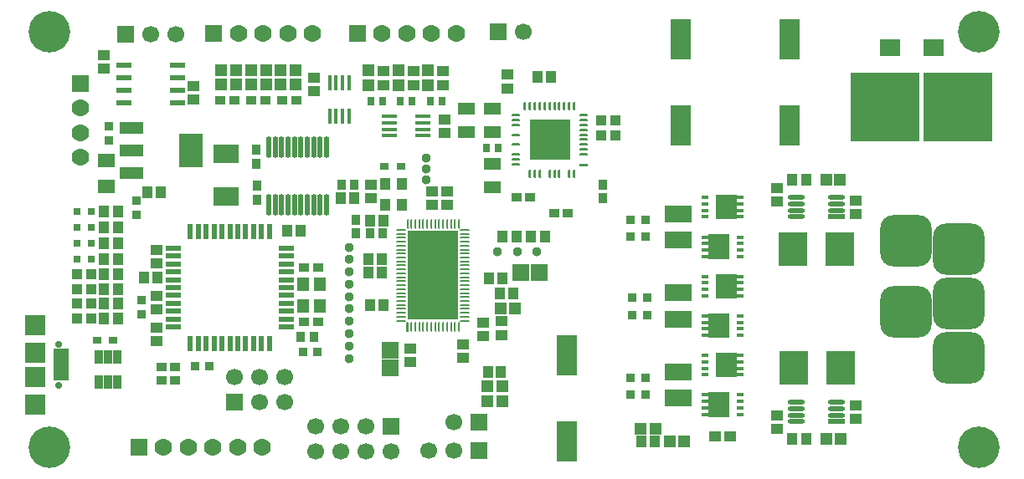
<source format=gbr>
%TF.GenerationSoftware,Altium Limited,Altium Designer,23.3.1 (30)*%
G04 Layer_Color=8388736*
%FSLAX45Y45*%
%MOMM*%
%TF.SameCoordinates,CD13F5F2-8DFB-4D4D-A102-87722C93DE69*%
%TF.FilePolarity,Negative*%
%TF.FileFunction,Soldermask,Top*%
%TF.Part,Single*%
G01*
G75*
%TA.AperFunction,SMDPad,CuDef*%
%ADD11R,0.80000X0.80000*%
%ADD12R,0.91213X0.95814*%
%ADD14R,2.00000X4.10000*%
G04:AMPARAMS|DCode=15|XSize=1.55414mm|YSize=0.37583mm|CornerRadius=0.18791mm|HoleSize=0mm|Usage=FLASHONLY|Rotation=90.000|XOffset=0mm|YOffset=0mm|HoleType=Round|Shape=RoundedRectangle|*
%AMROUNDEDRECTD15*
21,1,1.55414,0.00000,0,0,90.0*
21,1,1.17831,0.37583,0,0,90.0*
1,1,0.37583,0.00000,0.58916*
1,1,0.37583,0.00000,-0.58916*
1,1,0.37583,0.00000,-0.58916*
1,1,0.37583,0.00000,0.58916*
%
%ADD15ROUNDEDRECTD15*%
%ADD16R,0.37583X1.55414*%
G04:AMPARAMS|DCode=17|XSize=1.55414mm|YSize=0.37583mm|CornerRadius=0.18791mm|HoleSize=0mm|Usage=FLASHONLY|Rotation=0.000|XOffset=0mm|YOffset=0mm|HoleType=Round|Shape=RoundedRectangle|*
%AMROUNDEDRECTD17*
21,1,1.55414,0.00000,0,0,0.0*
21,1,1.17831,0.37583,0,0,0.0*
1,1,0.37583,0.58916,0.00000*
1,1,0.37583,-0.58916,0.00000*
1,1,0.37583,-0.58916,0.00000*
1,1,0.37583,0.58916,0.00000*
%
%ADD17ROUNDEDRECTD17*%
%ADD18R,1.55414X0.37583*%
%ADD21R,0.75000X0.90000*%
%ADD23R,1.80000X1.40000*%
%ADD24R,2.10000X1.80000*%
%ADD25R,0.95650X0.96213*%
%ADD29R,0.95000X0.70000*%
%ADD34R,2.60000X1.90000*%
%ADD35R,1.55000X0.60000*%
%ADD38R,1.00606X0.95822*%
%ADD40R,0.95814X0.91213*%
%ADD41R,1.00650X0.95822*%
%ADD42R,0.95822X1.00650*%
%ADD43R,1.20000X1.40000*%
%ADD44R,1.50000X0.55000*%
%ADD45R,0.55000X1.50000*%
G04:AMPARAMS|DCode=46|XSize=0.254mm|YSize=0.889mm|CornerRadius=0.09525mm|HoleSize=0mm|Usage=FLASHONLY|Rotation=90.000|XOffset=0mm|YOffset=0mm|HoleType=Round|Shape=RoundedRectangle|*
%AMROUNDEDRECTD46*
21,1,0.25400,0.69850,0,0,90.0*
21,1,0.06350,0.88900,0,0,90.0*
1,1,0.19050,0.34925,0.03175*
1,1,0.19050,0.34925,-0.03175*
1,1,0.19050,-0.34925,-0.03175*
1,1,0.19050,-0.34925,0.03175*
%
%ADD46ROUNDEDRECTD46*%
G04:AMPARAMS|DCode=47|XSize=0.254mm|YSize=0.889mm|CornerRadius=0.09525mm|HoleSize=0mm|Usage=FLASHONLY|Rotation=0.000|XOffset=0mm|YOffset=0mm|HoleType=Round|Shape=RoundedRectangle|*
%AMROUNDEDRECTD47*
21,1,0.25400,0.69850,0,0,0.0*
21,1,0.06350,0.88900,0,0,0.0*
1,1,0.19050,0.03175,-0.34925*
1,1,0.19050,-0.03175,-0.34925*
1,1,0.19050,-0.03175,0.34925*
1,1,0.19050,0.03175,0.34925*
%
%ADD47ROUNDEDRECTD47*%
%ADD48R,4.08940X4.08940*%
G04:AMPARAMS|DCode=49|XSize=0.19247mm|YSize=0.96007mm|CornerRadius=0.09624mm|HoleSize=0mm|Usage=FLASHONLY|Rotation=90.000|XOffset=0mm|YOffset=0mm|HoleType=Round|Shape=RoundedRectangle|*
%AMROUNDEDRECTD49*
21,1,0.19247,0.76760,0,0,90.0*
21,1,0.00000,0.96007,0,0,90.0*
1,1,0.19247,0.38380,0.00000*
1,1,0.19247,0.38380,0.00000*
1,1,0.19247,-0.38380,0.00000*
1,1,0.19247,-0.38380,0.00000*
%
%ADD49ROUNDEDRECTD49*%
G04:AMPARAMS|DCode=50|XSize=0.19247mm|YSize=0.96107mm|CornerRadius=0.09624mm|HoleSize=0mm|Usage=FLASHONLY|Rotation=90.000|XOffset=0mm|YOffset=0mm|HoleType=Round|Shape=RoundedRectangle|*
%AMROUNDEDRECTD50*
21,1,0.19247,0.76860,0,0,90.0*
21,1,0.00000,0.96107,0,0,90.0*
1,1,0.19247,0.38430,0.00000*
1,1,0.19247,0.38430,0.00000*
1,1,0.19247,-0.38430,0.00000*
1,1,0.19247,-0.38430,0.00000*
%
%ADD50ROUNDEDRECTD50*%
G04:AMPARAMS|DCode=51|XSize=0.96107mm|YSize=0.19247mm|CornerRadius=0.09624mm|HoleSize=0mm|Usage=FLASHONLY|Rotation=90.000|XOffset=0mm|YOffset=0mm|HoleType=Round|Shape=RoundedRectangle|*
%AMROUNDEDRECTD51*
21,1,0.96107,0.00000,0,0,90.0*
21,1,0.76860,0.19247,0,0,90.0*
1,1,0.19247,0.00000,0.38430*
1,1,0.19247,0.00000,-0.38430*
1,1,0.19247,0.00000,-0.38430*
1,1,0.19247,0.00000,0.38430*
%
%ADD51ROUNDEDRECTD51*%
%ADD52C,0.17323*%
%ADD53R,5.10000X9.10000*%
%ADD55R,1.30606X1.05822*%
%ADD56R,0.91213X1.05776*%
%ADD60R,1.05776X1.01213*%
%ADD61R,1.05776X0.91213*%
%ADD62R,1.10000X1.30000*%
%ADD63R,2.95490X3.50620*%
%ADD64R,0.66040X0.38100*%
%ADD65R,2.80415X1.65263*%
G04:AMPARAMS|DCode=66|XSize=1.75414mm|YSize=0.47583mm|CornerRadius=0.23791mm|HoleSize=0mm|Usage=FLASHONLY|Rotation=180.000|XOffset=0mm|YOffset=0mm|HoleType=Round|Shape=RoundedRectangle|*
%AMROUNDEDRECTD66*
21,1,1.75414,0.00000,0,0,180.0*
21,1,1.27831,0.47583,0,0,180.0*
1,1,0.47583,-0.63916,0.00000*
1,1,0.47583,0.63916,0.00000*
1,1,0.47583,0.63916,0.00000*
1,1,0.47583,-0.63916,0.00000*
%
%ADD66ROUNDEDRECTD66*%
%ADD67R,1.75414X0.47583*%
%TA.AperFunction,NonConductor*%
%ADD101R,1.55000X3.20000*%
%TA.AperFunction,SMDPad,CuDef*%
%ADD102R,1.10000X1.25000*%
%ADD103R,1.05000X1.15000*%
%ADD104R,1.00000X1.00000*%
%ADD105R,1.25000X1.10000*%
%ADD106R,1.15000X1.15000*%
%ADD107R,1.75000X1.15000*%
%ADD108O,0.55000X2.20000*%
%TA.AperFunction,TestPad*%
%ADD109C,0.96200*%
%TA.AperFunction,SMDPad,CuDef*%
%ADD110R,1.15000X1.05000*%
%ADD111R,0.80960X1.31760*%
%ADD112R,1.55000X0.60000*%
%ADD113R,2.10000X2.10000*%
%ADD114R,2.10000X2.00000*%
%ADD115R,2.40000X1.20000*%
%ADD116R,2.40000X3.50000*%
%ADD117R,0.95000X1.05000*%
%ADD118R,1.15000X1.15000*%
%ADD119R,1.75000X1.70000*%
%ADD120R,1.70000X1.75000*%
%ADD121R,1.25000X1.30000*%
%TA.AperFunction,ComponentPad*%
%ADD122R,7.00000X7.00000*%
%ADD123R,1.70000X1.70000*%
%ADD124C,1.70000*%
%ADD125C,1.77500*%
%ADD126R,1.77500X1.77500*%
G04:AMPARAMS|DCode=127|XSize=5.2mm|YSize=5.2mm|CornerRadius=1.35mm|HoleSize=0mm|Usage=FLASHONLY|Rotation=270.000|XOffset=0mm|YOffset=0mm|HoleType=Round|Shape=RoundedRectangle|*
%AMROUNDEDRECTD127*
21,1,5.20000,2.50000,0,0,270.0*
21,1,2.50000,5.20000,0,0,270.0*
1,1,2.70000,-1.25000,-1.25000*
1,1,2.70000,-1.25000,1.25000*
1,1,2.70000,1.25000,1.25000*
1,1,2.70000,1.25000,-1.25000*
%
%ADD127ROUNDEDRECTD127*%
%ADD128R,1.77500X1.77500*%
%ADD129C,0.70000*%
%TA.AperFunction,ViaPad*%
%ADD130C,0.65000*%
%ADD131C,4.20320*%
G36*
X5743780Y3144998D02*
X5664405D01*
X5662511Y3144998D01*
X5659010Y3146448D01*
X5656331Y3149127D01*
X5654880Y3152628D01*
Y3154523D01*
Y3154523D01*
Y3160873D01*
Y3162767D01*
X5656331Y3166268D01*
X5659010Y3168947D01*
X5662511Y3170398D01*
X5743780D01*
Y3144998D01*
D02*
G37*
G36*
X7247485Y2603239D02*
X7036665D01*
Y2852159D01*
X7247485D01*
Y2603239D01*
D02*
G37*
G36*
X7168735Y2203239D02*
X6957915D01*
Y2452159D01*
X7168735D01*
Y2203239D01*
D02*
G37*
G36*
X7247485Y1803239D02*
X7036665D01*
Y2052159D01*
X7247485D01*
Y1803239D01*
D02*
G37*
G36*
X3923151Y1561633D02*
X3925858Y1558926D01*
X3927323Y1555389D01*
Y1553474D01*
Y1467092D01*
X3908076D01*
Y1553474D01*
Y1555389D01*
X3909541Y1558926D01*
X3912248Y1561633D01*
X3915785Y1563098D01*
X3919614D01*
X3923151Y1561633D01*
D02*
G37*
G36*
X7168735Y1403240D02*
X6957915D01*
Y1652160D01*
X7168735D01*
Y1403240D01*
D02*
G37*
G36*
X7247485Y1003240D02*
X7036665D01*
Y1252160D01*
X7247485D01*
Y1003240D01*
D02*
G37*
G36*
X7168735Y603240D02*
X6957915D01*
Y852160D01*
X7168735D01*
Y603240D01*
D02*
G37*
D11*
X574999Y2680002D02*
D03*
X725001D02*
D03*
X724999Y2360001D02*
D03*
X575001D02*
D03*
X725001Y2520002D02*
D03*
X574999D02*
D03*
X575001Y2199999D02*
D03*
X724999D02*
D03*
D12*
X1175000Y2795395D02*
D03*
Y2650000D02*
D03*
X899998Y3402303D02*
D03*
Y3547698D02*
D03*
X1225002Y1787701D02*
D03*
Y1642301D02*
D03*
D14*
X5530000Y1225000D02*
D03*
Y355000D02*
D03*
X7780000Y4425000D02*
D03*
Y3555000D02*
D03*
X6680000Y4425000D02*
D03*
Y3555000D02*
D03*
D15*
X3197500Y3990042D02*
D03*
X3262498D02*
D03*
X3327502D02*
D03*
X3262498Y3649957D02*
D03*
X3197500D02*
D03*
X3327502D02*
D03*
X3132501Y3990042D02*
D03*
D16*
Y3649957D02*
D03*
D17*
X4077742Y3645201D02*
D03*
X3737661Y3450201D02*
D03*
Y3580198D02*
D03*
Y3515199D02*
D03*
X4077742Y3450201D02*
D03*
Y3515199D02*
D03*
Y3580198D02*
D03*
D18*
X3737661Y3645201D02*
D03*
D21*
X3547700Y3797700D02*
D03*
X3667700D02*
D03*
X3847701Y3797700D02*
D03*
X3967701D02*
D03*
X4267701D02*
D03*
X4147702D02*
D03*
X4717702Y3327698D02*
D03*
X4837702D02*
D03*
D23*
X875000Y2940000D02*
D03*
Y3200000D02*
D03*
D24*
X8799998Y4339999D02*
D03*
X9239998D02*
D03*
D25*
X6177614Y1002698D02*
D03*
X6327784D02*
D03*
X6177616Y827702D02*
D03*
X6327785D02*
D03*
X6342788Y1807699D02*
D03*
X6192613D02*
D03*
X6342784Y1632699D02*
D03*
X6192614D02*
D03*
X6327784Y2602698D02*
D03*
X6177615D02*
D03*
X6327700Y2427700D02*
D03*
X6177530D02*
D03*
D29*
X942500Y1380000D02*
D03*
X777500D02*
D03*
X3850201Y3137701D02*
D03*
X3685203D02*
D03*
D34*
X2085000Y2839998D02*
D03*
Y3269999D02*
D03*
D35*
X1054999Y3784499D02*
D03*
Y3911499D02*
D03*
Y4038499D02*
D03*
X1594998Y4165499D02*
D03*
Y3784499D02*
D03*
Y3911499D02*
D03*
X1054999Y4165499D02*
D03*
X1594998Y4038499D02*
D03*
D38*
X1570107Y1109999D02*
D03*
X1429894D02*
D03*
X1570107Y970002D02*
D03*
X1429894D02*
D03*
D40*
X2862298Y1265001D02*
D03*
X3007698D02*
D03*
X1917698Y1115000D02*
D03*
X1772298D02*
D03*
D41*
X3017587Y1565002D02*
D03*
X2872416D02*
D03*
X2872413Y2115000D02*
D03*
X3017584D02*
D03*
X2480289Y3812697D02*
D03*
X2335118D02*
D03*
X2792874Y3812697D02*
D03*
X2647703D02*
D03*
X2167703D02*
D03*
X2022532D02*
D03*
D42*
X2385000Y3162416D02*
D03*
Y3307587D02*
D03*
X2394999Y2802416D02*
D03*
Y2947587D02*
D03*
D43*
X3029999Y1724999D02*
D03*
X2860002Y1944998D02*
D03*
X3029999D02*
D03*
X2860002Y1724999D02*
D03*
D44*
X1552700Y1752702D02*
D03*
Y1832702D02*
D03*
Y1912702D02*
D03*
Y1992702D02*
D03*
Y2072701D02*
D03*
Y2152701D02*
D03*
X2692698Y2312701D02*
D03*
Y2232701D02*
D03*
Y2152701D02*
D03*
Y2072701D02*
D03*
Y1992702D02*
D03*
Y1912702D02*
D03*
Y1832702D02*
D03*
Y1592697D02*
D03*
Y1512698D02*
D03*
X1552700Y1592697D02*
D03*
Y2232701D02*
D03*
X2692698Y1752702D02*
D03*
X1552700Y1512698D02*
D03*
Y1672702D02*
D03*
Y2312701D02*
D03*
X2692698Y1672702D02*
D03*
D45*
X1722703Y2482698D02*
D03*
X1802703D02*
D03*
X1882702D02*
D03*
X1962702D02*
D03*
X2042702D02*
D03*
X2122702D02*
D03*
X2202702D02*
D03*
X2282702D02*
D03*
X2362701D02*
D03*
X2522701Y1342700D02*
D03*
X2442701D02*
D03*
X2362701D02*
D03*
X2282702D02*
D03*
X2202702D02*
D03*
X2122702D02*
D03*
X1962702D02*
D03*
X1882702D02*
D03*
X1802703D02*
D03*
X1722703D02*
D03*
X2522701Y2482698D02*
D03*
X2042702Y1342700D02*
D03*
X2442701Y2482698D02*
D03*
D46*
X5699330Y3307700D02*
D03*
Y3357697D02*
D03*
Y3407700D02*
D03*
Y3457697D02*
D03*
Y3507700D02*
D03*
Y3657697D02*
D03*
X5016070D02*
D03*
Y3607699D02*
D03*
Y3557697D02*
D03*
Y3457697D02*
D03*
Y3357697D02*
D03*
Y3257698D02*
D03*
Y3207700D02*
D03*
Y3157698D02*
D03*
X5699330Y3257698D02*
D03*
Y3557697D02*
D03*
Y3607699D02*
D03*
D47*
X5607702Y3749330D02*
D03*
X5557700D02*
D03*
X5507702D02*
D03*
X5457700D02*
D03*
X5407703D02*
D03*
X5307703D02*
D03*
X5257700D02*
D03*
X5207698D02*
D03*
X5157701D02*
D03*
Y3066070D02*
D03*
X5207698D02*
D03*
X5257700D02*
D03*
X5357700D02*
D03*
X5407703D02*
D03*
X5457700D02*
D03*
X5557700D02*
D03*
X5607702D02*
D03*
X5107698Y3749330D02*
D03*
X5357700D02*
D03*
D48*
Y3407700D02*
D03*
D49*
X3855095Y1577696D02*
D03*
D50*
X3855146Y1617701D02*
D03*
Y1657701D02*
D03*
Y1777700D02*
D03*
Y1817700D02*
D03*
Y1857700D02*
D03*
Y1897700D02*
D03*
Y1937700D02*
D03*
Y1977700D02*
D03*
Y2017700D02*
D03*
Y2057700D02*
D03*
Y2097700D02*
D03*
Y2297699D02*
D03*
Y2337699D02*
D03*
Y2377699D02*
D03*
Y2417699D02*
D03*
X4500255Y2497699D02*
D03*
Y2457699D02*
D03*
Y2417699D02*
D03*
Y2377699D02*
D03*
Y2337699D02*
D03*
Y2297699D02*
D03*
Y2257699D02*
D03*
Y2217699D02*
D03*
Y2177699D02*
D03*
Y2137700D02*
D03*
Y2097700D02*
D03*
Y2057700D02*
D03*
Y2017700D02*
D03*
Y1977700D02*
D03*
Y1857700D02*
D03*
Y1817700D02*
D03*
Y1777700D02*
D03*
Y1737700D02*
D03*
Y1697700D02*
D03*
Y1657701D02*
D03*
Y1617701D02*
D03*
Y1577696D02*
D03*
X3855146Y1697700D02*
D03*
Y2137700D02*
D03*
Y2217699D02*
D03*
Y2257699D02*
D03*
Y2457699D02*
D03*
Y2497699D02*
D03*
X4500255Y1937700D02*
D03*
X3855146Y1737700D02*
D03*
Y2177699D02*
D03*
X4500255Y1897700D02*
D03*
D51*
X3957701Y2560249D02*
D03*
X3997701D02*
D03*
X4037701D02*
D03*
X4077701D02*
D03*
X4117700D02*
D03*
X4157700D02*
D03*
X4197700D02*
D03*
X4317700D02*
D03*
X4357700D02*
D03*
X4397700D02*
D03*
X4437700D02*
D03*
X4357700Y1515146D02*
D03*
X4317700D02*
D03*
X4277700D02*
D03*
X4237700D02*
D03*
X4197700D02*
D03*
X4157700D02*
D03*
X4117700D02*
D03*
X4077701D02*
D03*
X4037701D02*
D03*
X4237700Y2560249D02*
D03*
X4437700Y1515146D02*
D03*
X3997701D02*
D03*
X3917701Y2560249D02*
D03*
X4277700D02*
D03*
X4397700Y1515146D02*
D03*
X3957701D02*
D03*
D52*
X3917701Y1514084D02*
D03*
D53*
X4177700Y2037700D02*
D03*
D55*
X7030091Y407697D02*
D03*
X7185311D02*
D03*
D56*
X3397700Y2598138D02*
D03*
Y2462700D02*
D03*
X5897702Y2819982D02*
D03*
Y2955420D02*
D03*
D60*
X5874565Y3450000D02*
D03*
X6020000D02*
D03*
X5877284Y3610001D02*
D03*
X6022719D02*
D03*
D61*
X5155420Y2827700D02*
D03*
X5019982D02*
D03*
X5399980Y2667700D02*
D03*
X5535418D02*
D03*
D62*
X3860200Y2962700D02*
D03*
Y2752698D02*
D03*
X3695201Y2962700D02*
D03*
Y2752698D02*
D03*
D63*
X8302827Y1102700D02*
D03*
X7827700D02*
D03*
X8290267Y2302701D02*
D03*
X7815134D02*
D03*
D64*
X6924901Y1030199D02*
D03*
X7280501Y1225199D02*
D03*
Y1160201D02*
D03*
Y1095197D02*
D03*
Y1030199D02*
D03*
X6924901Y1095197D02*
D03*
Y1160201D02*
D03*
Y1225199D02*
D03*
X6924898Y825199D02*
D03*
Y760200D02*
D03*
Y695202D02*
D03*
Y630198D02*
D03*
X7280498D02*
D03*
Y695202D02*
D03*
Y760200D02*
D03*
Y825199D02*
D03*
X6924901Y1830199D02*
D03*
X7280501Y2025199D02*
D03*
Y1960201D02*
D03*
Y1895197D02*
D03*
Y1830199D02*
D03*
X6924901Y1895197D02*
D03*
Y1960201D02*
D03*
Y2025199D02*
D03*
X7280501Y1625201D02*
D03*
Y1560198D02*
D03*
Y1495199D02*
D03*
Y1430200D02*
D03*
X6924901D02*
D03*
Y1495199D02*
D03*
Y1560198D02*
D03*
Y1625201D02*
D03*
X6924898Y2630200D02*
D03*
X7280498Y2825201D02*
D03*
Y2760197D02*
D03*
Y2695199D02*
D03*
Y2630200D02*
D03*
X6924898Y2695199D02*
D03*
Y2760197D02*
D03*
Y2825201D02*
D03*
X7280499Y2425202D02*
D03*
Y2360198D02*
D03*
Y2295199D02*
D03*
Y2230201D02*
D03*
X6924899D02*
D03*
Y2295199D02*
D03*
Y2360198D02*
D03*
Y2425202D02*
D03*
D65*
X6652698Y2395175D02*
D03*
Y2660224D02*
D03*
X6652698Y1595174D02*
D03*
Y1860223D02*
D03*
X6652700Y795173D02*
D03*
Y1060222D02*
D03*
D66*
X7847657Y555198D02*
D03*
Y620201D02*
D03*
Y750198D02*
D03*
X8257740D02*
D03*
Y685200D02*
D03*
Y620201D02*
D03*
X7847657Y685200D02*
D03*
X7847657Y2630199D02*
D03*
Y2695198D02*
D03*
Y2825200D02*
D03*
X8257740D02*
D03*
Y2760201D02*
D03*
Y2695198D02*
D03*
X7847657Y2760201D02*
D03*
D67*
X8257740Y555198D02*
D03*
X8257740Y2630199D02*
D03*
D101*
X417500Y1130000D02*
D03*
D102*
X847500Y1600000D02*
D03*
X992500D02*
D03*
X847500Y1750000D02*
D03*
X992500D02*
D03*
X847500Y1900000D02*
D03*
X992500D02*
D03*
X847500Y2050000D02*
D03*
X992500D02*
D03*
X847501Y2519999D02*
D03*
X992499D02*
D03*
X4877500Y2430000D02*
D03*
X5022500D02*
D03*
X5167500D02*
D03*
X5312500D02*
D03*
X992499Y2680002D02*
D03*
X847501D02*
D03*
X992498Y2199999D02*
D03*
X847500D02*
D03*
X992502Y2359998D02*
D03*
X847498D02*
D03*
X7805202Y377698D02*
D03*
X7950201D02*
D03*
X7805200Y3002699D02*
D03*
X7950198D02*
D03*
D103*
X1289999Y2875000D02*
D03*
X1425000D02*
D03*
X3247501Y2814999D02*
D03*
X3382502D02*
D03*
X2835000Y2485000D02*
D03*
X2699999D02*
D03*
X1392498Y2015001D02*
D03*
X1257502D02*
D03*
X6415200Y352701D02*
D03*
X6280199D02*
D03*
X4730200Y1057699D02*
D03*
X4865201D02*
D03*
X4850202Y1857699D02*
D03*
X4985198D02*
D03*
X5230199Y4047698D02*
D03*
X5365200D02*
D03*
X3540200Y2587698D02*
D03*
X3675201D02*
D03*
X3527502Y2204998D02*
D03*
X3662498D02*
D03*
X3537502Y1735002D02*
D03*
X3672498D02*
D03*
X4875199Y2007698D02*
D03*
X4740198D02*
D03*
X3660001Y2065000D02*
D03*
X3525000D02*
D03*
D104*
X725000Y1600000D02*
D03*
X575000D02*
D03*
X725000Y1750000D02*
D03*
X575000D02*
D03*
X725000Y2050000D02*
D03*
X575000D02*
D03*
X725000Y1900000D02*
D03*
X575000D02*
D03*
D105*
X4277700Y3965202D02*
D03*
Y4110200D02*
D03*
X3977699Y3965197D02*
D03*
Y4110201D02*
D03*
X3677702Y3962696D02*
D03*
Y4107700D02*
D03*
X4927699Y3925202D02*
D03*
Y4070201D02*
D03*
X4870000Y1574998D02*
D03*
Y1430000D02*
D03*
D106*
X4127698Y3962699D02*
D03*
Y4112702D02*
D03*
X3827700Y3962699D02*
D03*
Y4112702D02*
D03*
X3527702Y3962699D02*
D03*
Y4112702D02*
D03*
X2337701Y4117699D02*
D03*
Y3967697D02*
D03*
X4727702Y762701D02*
D03*
Y912698D02*
D03*
X4877699Y912698D02*
D03*
Y762701D02*
D03*
X2187703Y4117698D02*
D03*
Y3967696D02*
D03*
X2787704Y4117698D02*
D03*
Y3967695D02*
D03*
X2487702Y4117698D02*
D03*
Y3967696D02*
D03*
X2637701Y4117695D02*
D03*
Y3967698D02*
D03*
X2037702Y4117695D02*
D03*
Y3967698D02*
D03*
D107*
X4777701Y3725199D02*
D03*
Y3490198D02*
D03*
X4517701Y3725199D02*
D03*
Y3490198D02*
D03*
X4777702Y3165199D02*
D03*
Y2930198D02*
D03*
D108*
X3099998Y2755000D02*
D03*
X2515001Y3334999D02*
D03*
X3099998D02*
D03*
X3035000D02*
D03*
X2970001D02*
D03*
X2904997D02*
D03*
X2839999D02*
D03*
X2775000D02*
D03*
X2709996D02*
D03*
X2644998D02*
D03*
X2579999D02*
D03*
X3035000Y2755000D02*
D03*
X2970001D02*
D03*
X2904997D02*
D03*
X2839999D02*
D03*
X2775000D02*
D03*
X2709996D02*
D03*
X2644998D02*
D03*
X2579999D02*
D03*
X2515001D02*
D03*
D109*
X4107700Y3117700D02*
D03*
Y3007700D02*
D03*
X5227700Y2277700D02*
D03*
X5027700D02*
D03*
X4827700D02*
D03*
X3327699Y1197698D02*
D03*
X3327699Y1572698D02*
D03*
X3327698Y1322702D02*
D03*
X3327702Y1822698D02*
D03*
X3327699Y1447702D02*
D03*
X3327699Y1697701D02*
D03*
X3327700Y2197699D02*
D03*
X3327699Y2072697D02*
D03*
X3327702Y1947697D02*
D03*
X3327701Y2322698D02*
D03*
X4107700Y3227700D02*
D03*
D110*
X7652700Y485199D02*
D03*
Y620199D02*
D03*
Y2920199D02*
D03*
Y2785199D02*
D03*
X1755002Y3817501D02*
D03*
Y3952502D02*
D03*
X850002Y4267498D02*
D03*
Y4132502D02*
D03*
X1385000Y1830001D02*
D03*
Y1695000D02*
D03*
X1385000Y2157498D02*
D03*
Y2292499D02*
D03*
X2969998Y4037500D02*
D03*
Y3902499D02*
D03*
X4297699Y3480200D02*
D03*
Y3615201D02*
D03*
X3547702Y2955198D02*
D03*
Y2820197D02*
D03*
X4317700Y2885201D02*
D03*
Y2750200D02*
D03*
X3950000Y1162498D02*
D03*
Y1297499D02*
D03*
X4480001Y1202498D02*
D03*
Y1337499D02*
D03*
X4687700Y1555201D02*
D03*
Y1420200D02*
D03*
X4167700Y2750199D02*
D03*
Y2885200D02*
D03*
X8452698Y720199D02*
D03*
Y585198D02*
D03*
X8452697Y2795201D02*
D03*
Y2660200D02*
D03*
X1385001Y1367501D02*
D03*
Y1502502D02*
D03*
D111*
X890000Y1210000D02*
D03*
X794999D02*
D03*
X984996D02*
D03*
Y960003D02*
D03*
X794999D02*
D03*
X890000D02*
D03*
D112*
X417502Y1260000D02*
D03*
Y1195001D02*
D03*
Y1130002D02*
D03*
Y1000000D02*
D03*
Y1064999D02*
D03*
D113*
X149999Y1250002D02*
D03*
Y1010003D02*
D03*
D114*
Y1530002D02*
D03*
Y729998D02*
D03*
D115*
X1125003Y3300000D02*
D03*
Y3069998D02*
D03*
Y3530002D02*
D03*
D116*
X1725001Y3300000D02*
D03*
D117*
X3380000Y2954998D02*
D03*
X3249998D02*
D03*
X3668449Y2463451D02*
D03*
X3538452D02*
D03*
X2840002Y1415000D02*
D03*
X2970000D02*
D03*
D118*
X6425001Y480000D02*
D03*
X6274998D02*
D03*
X6717700Y352700D02*
D03*
X6567703D02*
D03*
X5007702Y1697700D02*
D03*
X4857700D02*
D03*
D119*
X3747700Y1097700D02*
D03*
Y1277700D02*
D03*
D120*
X5247699Y2067700D02*
D03*
X5067699D02*
D03*
D121*
X8157701Y377698D02*
D03*
X8297700D02*
D03*
X8152700Y3002699D02*
D03*
X8292700D02*
D03*
D122*
X9481520Y3740000D02*
D03*
X8750000D02*
D03*
D123*
X3754000Y510000D02*
D03*
X2166000Y756000D02*
D03*
X4840000Y4500000D02*
D03*
X1072000Y4480000D02*
D03*
X4644000Y260000D02*
D03*
X4640000Y550000D02*
D03*
D124*
X2992000Y256000D02*
D03*
X3754000D02*
D03*
X3500000Y510000D02*
D03*
Y256000D02*
D03*
X3246000Y510000D02*
D03*
Y256000D02*
D03*
X2992000Y510000D02*
D03*
X2420000Y756000D02*
D03*
Y1010000D02*
D03*
X2674000Y756000D02*
D03*
Y1010000D02*
D03*
X2166000D02*
D03*
X1326000Y4480000D02*
D03*
X1580000D02*
D03*
X4390000Y260000D02*
D03*
X4136000D02*
D03*
X5094000Y4500000D02*
D03*
X4386000Y550000D02*
D03*
D125*
X2200000Y300000D02*
D03*
X1950000D02*
D03*
X1700000D02*
D03*
X1450000D02*
D03*
X2450000D02*
D03*
X4410000Y4490000D02*
D03*
X4160000D02*
D03*
X3910000D02*
D03*
X3660000D02*
D03*
X2960000D02*
D03*
X2710000D02*
D03*
X2460000D02*
D03*
X2210000D02*
D03*
X610000Y3730000D02*
D03*
Y3479998D02*
D03*
Y3230001D02*
D03*
D126*
X1200000Y300000D02*
D03*
X3410000Y4490000D02*
D03*
X1960000D02*
D03*
D127*
X9490000Y1750000D02*
D03*
Y1200000D02*
D03*
Y2300000D02*
D03*
X8960000Y1665000D02*
D03*
Y2385000D02*
D03*
D128*
X610000Y3980002D02*
D03*
D129*
X395002Y1337500D02*
D03*
Y922500D02*
D03*
D130*
X9707516Y3515007D02*
D03*
X9782516D02*
D03*
Y3590007D02*
D03*
Y4040008D02*
D03*
Y3965008D02*
D03*
Y3890007D02*
D03*
Y3815007D02*
D03*
Y3740007D02*
D03*
Y3665007D02*
D03*
Y3440007D02*
D03*
X9707516Y4040008D02*
D03*
Y3965008D02*
D03*
Y3440007D02*
D03*
X9632516Y4040008D02*
D03*
Y3440007D02*
D03*
X9557516Y4040008D02*
D03*
Y3440007D02*
D03*
X9482516Y4040008D02*
D03*
Y3440007D02*
D03*
X9407516Y4040008D02*
D03*
Y3440007D02*
D03*
X9332515Y4040008D02*
D03*
Y3440007D02*
D03*
X9257515Y4040008D02*
D03*
Y3965008D02*
D03*
Y3515007D02*
D03*
Y3440007D02*
D03*
X9182515Y4040008D02*
D03*
Y3965008D02*
D03*
Y3890007D02*
D03*
Y3815007D02*
D03*
Y3740007D02*
D03*
Y3665007D02*
D03*
Y3590007D02*
D03*
Y3515007D02*
D03*
Y3440007D02*
D03*
X4325003Y2375002D02*
D03*
Y2275002D02*
D03*
Y2175002D02*
D03*
Y2075002D02*
D03*
Y1975002D02*
D03*
Y1875002D02*
D03*
Y1775002D02*
D03*
Y1675002D02*
D03*
X4225003Y2375002D02*
D03*
Y2275002D02*
D03*
Y2175002D02*
D03*
Y2075002D02*
D03*
Y1975002D02*
D03*
Y1875002D02*
D03*
Y1775002D02*
D03*
Y1675002D02*
D03*
X4125003Y2375002D02*
D03*
Y2275002D02*
D03*
Y2175002D02*
D03*
Y2075002D02*
D03*
Y1975002D02*
D03*
Y1875002D02*
D03*
Y1775002D02*
D03*
Y1675002D02*
D03*
X4025003Y2375002D02*
D03*
Y2275002D02*
D03*
Y2175002D02*
D03*
Y2075002D02*
D03*
Y1975002D02*
D03*
Y1875002D02*
D03*
Y1775002D02*
D03*
Y1675002D02*
D03*
X5465004Y3505003D02*
D03*
Y3405003D02*
D03*
Y3305003D02*
D03*
X5365004Y3505003D02*
D03*
Y3405003D02*
D03*
Y3305003D02*
D03*
X5265004Y3505003D02*
D03*
Y3405003D02*
D03*
Y3305003D02*
D03*
D131*
X9700000Y300000D02*
D03*
Y4500000D02*
D03*
X300000D02*
D03*
Y300000D02*
D03*
%TF.MD5,d30f94552eeb97b3a745a63fabc57777*%
M02*

</source>
